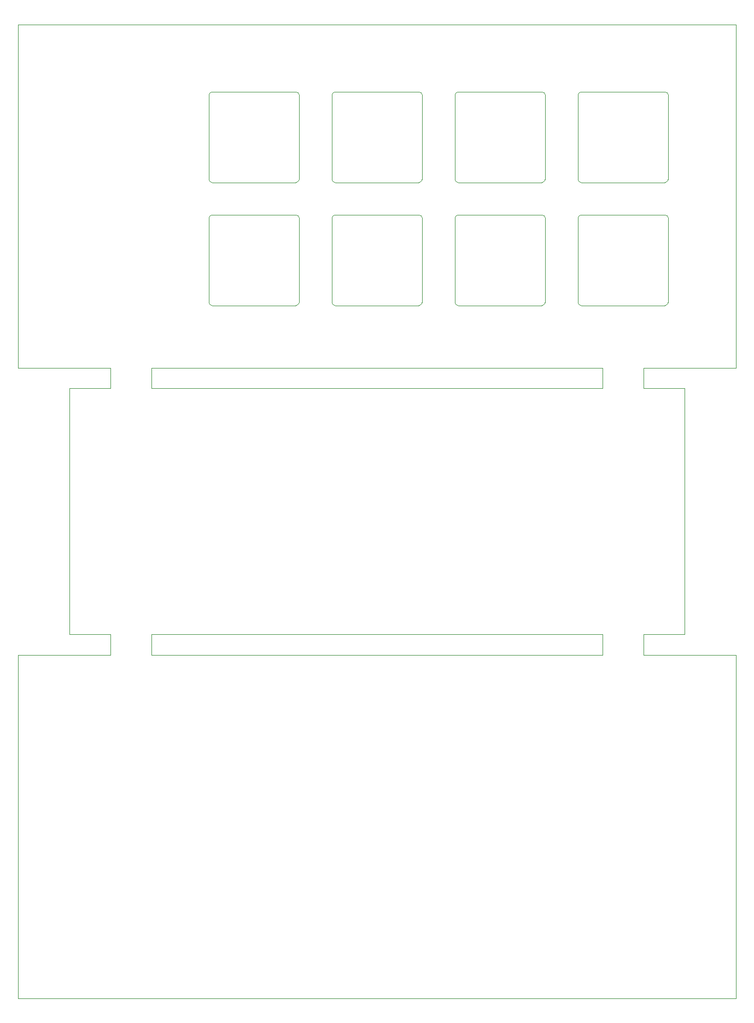
<source format=gbr>
%TF.GenerationSoftware,KiCad,Pcbnew,(5.99.0-12170-ge0011fcd93)*%
%TF.CreationDate,2021-09-26T20:19:55-07:00*%
%TF.ProjectId,dumb macropad,64756d62-206d-4616-9372-6f7061642e6b,rev?*%
%TF.SameCoordinates,Original*%
%TF.FileFunction,Profile,NP*%
%FSLAX46Y46*%
G04 Gerber Fmt 4.6, Leading zero omitted, Abs format (unit mm)*
G04 Created by KiCad (PCBNEW (5.99.0-12170-ge0011fcd93)) date 2021-09-26 20:19:55*
%MOMM*%
%LPD*%
G01*
G04 APERTURE LIST*
%TA.AperFunction,Profile*%
%ADD10C,0.100000*%
%TD*%
%TA.AperFunction,Profile*%
%ADD11C,0.050000*%
%TD*%
G04 APERTURE END LIST*
D10*
X177788800Y-123817200D02*
X192075400Y-123817200D01*
X177788800Y-120642400D02*
X177788800Y-123817200D01*
X177788800Y-120642400D02*
X184138400Y-120642400D01*
X171439200Y-120642400D02*
X101593600Y-120642400D01*
X171439200Y-123817200D02*
X171439200Y-120642400D01*
X101593600Y-123817200D02*
X171439200Y-123817200D01*
X101593600Y-120642400D02*
X101593600Y-123817200D01*
X95244000Y-120642400D02*
X88894400Y-120642400D01*
X95244000Y-123817200D02*
X95244000Y-120642400D01*
X80957400Y-123817200D02*
X95244000Y-123817200D01*
X101593600Y-82544800D02*
X171439200Y-82544800D01*
X95244000Y-79370000D02*
X80957400Y-79370000D01*
X95244000Y-82544800D02*
X95244000Y-79370000D01*
X88894400Y-82544800D02*
X95244000Y-82544800D01*
X101593600Y-79370000D02*
X101593600Y-82544800D01*
X171439200Y-79370000D02*
X101593600Y-79370000D01*
X171439200Y-82544800D02*
X171439200Y-79370000D01*
X177788800Y-82544800D02*
X184138400Y-82544800D01*
X177788800Y-79370000D02*
X177788800Y-82544800D01*
X192075400Y-79370000D02*
X177788800Y-79370000D01*
X80957400Y-176995100D02*
X192075400Y-176995100D01*
X80957400Y-150009300D02*
X80957400Y-176995100D01*
X80957400Y-123817200D02*
X80957400Y-150009300D01*
X192075400Y-176995100D02*
X192075400Y-123817200D01*
X192075400Y-79370000D02*
X192075400Y-53177900D01*
X80957400Y-26192100D02*
X80957400Y-79370000D01*
X192075400Y-26192100D02*
X80957400Y-26192100D01*
X192075400Y-53177900D02*
X192075400Y-26192100D01*
X184138400Y-120642400D02*
X184138400Y-82544800D01*
X88894400Y-82544800D02*
X88894400Y-120642400D01*
D11*
%TO.C,REF\u002A\u002A*%
X181114000Y-55702300D02*
X168114000Y-55702300D01*
X167614000Y-56202300D02*
X167614000Y-69202300D01*
X168114000Y-69702300D02*
X181114000Y-69702300D01*
X181614000Y-69202300D02*
X181614000Y-56202300D01*
X181114000Y-55702300D02*
G75*
G02*
X181614000Y-56202300I0J-500000D01*
G01*
X167614000Y-56202300D02*
G75*
G02*
X168114000Y-55702300I500000J0D01*
G01*
X168114000Y-69702300D02*
G75*
G02*
X167614000Y-69202300I0J500000D01*
G01*
X181614000Y-69202300D02*
G75*
G02*
X181114000Y-69702300I-500000J0D01*
G01*
X162065200Y-55702300D02*
X149065200Y-55702300D01*
X148565200Y-56202300D02*
X148565200Y-69202300D01*
X149065200Y-69702300D02*
X162065200Y-69702300D01*
X162565200Y-69202300D02*
X162565200Y-56202300D01*
X162065200Y-55702300D02*
G75*
G02*
X162565200Y-56202300I0J-500000D01*
G01*
X148565200Y-56202300D02*
G75*
G02*
X149065200Y-55702300I500000J0D01*
G01*
X149065200Y-69702300D02*
G75*
G02*
X148565200Y-69202300I0J500000D01*
G01*
X162565200Y-69202300D02*
G75*
G02*
X162065200Y-69702300I-500000J0D01*
G01*
X143016400Y-55702300D02*
X130016400Y-55702300D01*
X129516400Y-56202300D02*
X129516400Y-69202300D01*
X130016400Y-69702300D02*
X143016400Y-69702300D01*
X143516400Y-69202300D02*
X143516400Y-56202300D01*
X143016400Y-55702300D02*
G75*
G02*
X143516400Y-56202300I0J-500000D01*
G01*
X129516400Y-56202300D02*
G75*
G02*
X130016400Y-55702300I500000J0D01*
G01*
X130016400Y-69702300D02*
G75*
G02*
X129516400Y-69202300I0J500000D01*
G01*
X143516400Y-69202300D02*
G75*
G02*
X143016400Y-69702300I-500000J0D01*
G01*
X123967600Y-55702300D02*
X110967600Y-55702300D01*
X110467600Y-56202300D02*
X110467600Y-69202300D01*
X110967600Y-69702300D02*
X123967600Y-69702300D01*
X124467600Y-69202300D02*
X124467600Y-56202300D01*
X123967600Y-55702300D02*
G75*
G02*
X124467600Y-56202300I0J-500000D01*
G01*
X110467600Y-56202300D02*
G75*
G02*
X110967600Y-55702300I500000J0D01*
G01*
X110967600Y-69702300D02*
G75*
G02*
X110467600Y-69202300I0J500000D01*
G01*
X124467600Y-69202300D02*
G75*
G02*
X123967600Y-69702300I-500000J0D01*
G01*
X181114000Y-36653500D02*
X168114000Y-36653500D01*
X167614000Y-37153500D02*
X167614000Y-50153500D01*
X168114000Y-50653500D02*
X181114000Y-50653500D01*
X181614000Y-50153500D02*
X181614000Y-37153500D01*
X181114000Y-36653500D02*
G75*
G02*
X181614000Y-37153500I0J-500000D01*
G01*
X167614000Y-37153500D02*
G75*
G02*
X168114000Y-36653500I500000J0D01*
G01*
X168114000Y-50653500D02*
G75*
G02*
X167614000Y-50153500I0J500000D01*
G01*
X181614000Y-50153500D02*
G75*
G02*
X181114000Y-50653500I-500000J0D01*
G01*
X162065200Y-36653500D02*
X149065200Y-36653500D01*
X148565200Y-37153500D02*
X148565200Y-50153500D01*
X149065200Y-50653500D02*
X162065200Y-50653500D01*
X162565200Y-50153500D02*
X162565200Y-37153500D01*
X162065200Y-36653500D02*
G75*
G02*
X162565200Y-37153500I0J-500000D01*
G01*
X148565200Y-37153500D02*
G75*
G02*
X149065200Y-36653500I500000J0D01*
G01*
X149065200Y-50653500D02*
G75*
G02*
X148565200Y-50153500I0J500000D01*
G01*
X162565200Y-50153500D02*
G75*
G02*
X162065200Y-50653500I-500000J0D01*
G01*
X143016400Y-36653500D02*
X130016400Y-36653500D01*
X129516400Y-37153500D02*
X129516400Y-50153500D01*
X130016400Y-50653500D02*
X143016400Y-50653500D01*
X143516400Y-50153500D02*
X143516400Y-37153500D01*
X143016400Y-36653500D02*
G75*
G02*
X143516400Y-37153500I0J-500000D01*
G01*
X129516400Y-37153500D02*
G75*
G02*
X130016400Y-36653500I500000J0D01*
G01*
X130016400Y-50653500D02*
G75*
G02*
X129516400Y-50153500I0J500000D01*
G01*
X143516400Y-50153500D02*
G75*
G02*
X143016400Y-50653500I-500000J0D01*
G01*
X123967600Y-36653500D02*
X110967600Y-36653500D01*
X110467600Y-37153500D02*
X110467600Y-50153500D01*
X110967600Y-50653500D02*
X123967600Y-50653500D01*
X124467600Y-50153500D02*
X124467600Y-37153500D01*
X123967600Y-36653500D02*
G75*
G02*
X124467600Y-37153500I0J-500000D01*
G01*
X110467600Y-37153500D02*
G75*
G02*
X110967600Y-36653500I500000J0D01*
G01*
X110967600Y-50653500D02*
G75*
G02*
X110467600Y-50153500I0J500000D01*
G01*
X124467600Y-50153500D02*
G75*
G02*
X123967600Y-50653500I-500000J0D01*
G01*
%TD*%
M02*

</source>
